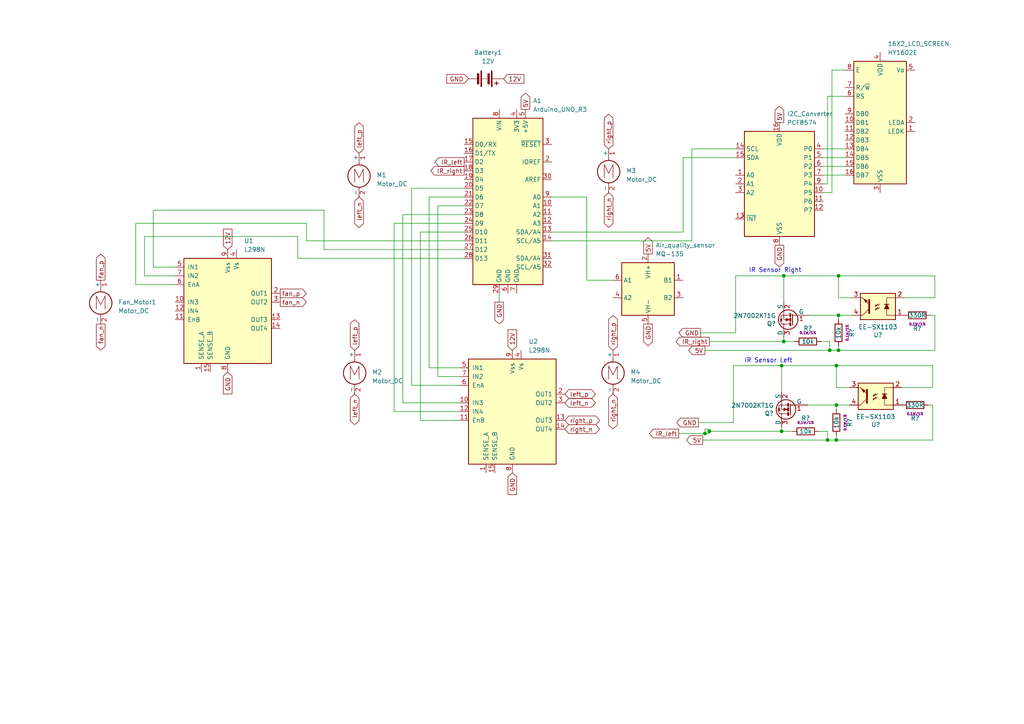
<source format=kicad_sch>
(kicad_sch (version 20230121) (generator eeschema)
  (paper "A4")
  (lib_symbols
    (symbol "Device:Battery" (pin_numbers hide) (pin_names (offset 0) hide)
      (property "Reference" "BT" (at 2.54 2.54 0))
      (property "Value" "Battery" (at 2.54 0 0))
      (symbol "Battery_0_1"
        (rectangle (start -2.286 -1.27) (end 2.286 -1.524) (fill (type outline)))
        (rectangle (start -2.286 1.778) (end 2.286 1.524) (fill (type outline)))
        (rectangle (start -1.524 -2.032) (end 1.524 -2.54) (fill (type outline)))
        (rectangle (start -1.524 1.016) (end 1.524 0.508) (fill (type outline)))
        (polyline (pts (xy 0 -1.016) (xy 0 -0.762)))
        (polyline (pts (xy 0 -0.508) (xy 0 -0.254)))
        (polyline (pts (xy 0 0) (xy 0 0.254)))
        (polyline (pts (xy 0 1.778) (xy 0 2.54)))
        (polyline (pts (xy 0.762 3.048) (xy 1.778 3.048)) (stroke (width 0.254)))
        (polyline (pts (xy 1.27 3.556) (xy 1.27 2.54)) (stroke (width 0.254)))
      )
      (symbol "Battery_1_1"
        (pin passive line (at 0 5.08 270) (length 2.54) (name "+") (number "1"))
        (pin passive line (at 0 -5.08 90) (length 2.54) (name "-") (number "2"))
      )
    )
    (symbol "Display_Character:HY1602E"
      (property "Reference" "DS" (at -6.096 19.05 0))
      (property "Value" "HY1602E" (at 5.08 19.05 0))
      (symbol "HY1602E_0_1"
        (rectangle (start -7.62 17.78) (end 7.62 -17.78) (stroke (width 0.254)) (fill (type background)))
      )
      (symbol "HY1602E_1_1"
        (pin passive line (at 10.16 -2.54 180) (length 2.54) (name "LEDK") (number "1"))
        (pin bidirectional line (at -10.16 0 0) (length 2.54) (name "DB1") (number "10"))
        (pin bidirectional line (at -10.16 -2.54 0) (length 2.54) (name "DB2") (number "11"))
        (pin bidirectional line (at -10.16 -5.08 0) (length 2.54) (name "DB3") (number "12"))
        (pin bidirectional line (at -10.16 -7.62 0) (length 2.54) (name "DB4") (number "13"))
        (pin bidirectional line (at -10.16 -10.16 0) (length 2.54) (name "DB5") (number "14"))
        (pin bidirectional line (at -10.16 -12.7 0) (length 2.54) (name "DB6") (number "15"))
        (pin bidirectional line (at -10.16 -15.24 0) (length 2.54) (name "DB7") (number "16"))
        (pin passive line (at 10.16 0 180) (length 2.54) (name "LEDA") (number "2"))
        (pin power_in line (at 0 -20.32 90) (length 2.54) (name "VSS") (number "3"))
        (pin power_in line (at 0 20.32 270) (length 2.54) (name "VDD") (number "4"))
        (pin input line (at 10.16 15.24 180) (length 2.54) (name "Vo") (number "5"))
        (pin input line (at -10.16 7.62 0) (length 2.54) (name "RS") (number "6"))
        (pin input line (at -10.16 10.16 0) (length 2.54) (name "R/~{W}") (number "7"))
        (pin input line (at -10.16 15.24 0) (length 2.54) (name "E") (number "8"))
        (pin bidirectional line (at -10.16 2.54 0) (length 2.54) (name "DB0") (number "9"))
      )
    )
    (symbol "Driver_Motor:L298N" (pin_names (offset 1.016))
      (property "Reference" "U" (at -10.16 16.51 0))
      (property "Value" "L298N" (at 12.7 16.51 0))
      (symbol "L298N_0_1"
        (rectangle (start -12.7 15.24) (end 12.7 -15.24) (stroke (width 0.254)) (fill (type background)))
      )
      (symbol "L298N_1_1"
        (pin power_in line (at -7.62 -17.78 90) (length 2.54) (name "SENSE_A") (number "1"))
        (pin input line (at -15.24 2.54 0) (length 2.54) (name "IN3") (number "10"))
        (pin input line (at -15.24 -2.54 0) (length 2.54) (name "EnB") (number "11"))
        (pin input line (at -15.24 0 0) (length 2.54) (name "IN4") (number "12"))
        (pin output line (at 15.24 -2.54 180) (length 2.54) (name "OUT3") (number "13"))
        (pin output line (at 15.24 -5.08 180) (length 2.54) (name "OUT4") (number "14"))
        (pin power_in line (at -5.08 -17.78 90) (length 2.54) (name "SENSE_B") (number "15"))
        (pin output line (at 15.24 5.08 180) (length 2.54) (name "OUT1") (number "2"))
        (pin output line (at 15.24 2.54 180) (length 2.54) (name "OUT2") (number "3"))
        (pin power_in line (at 2.54 17.78 270) (length 2.54) (name "Vs") (number "4"))
        (pin input line (at -15.24 12.7 0) (length 2.54) (name "IN1") (number "5"))
        (pin input line (at -15.24 7.62 0) (length 2.54) (name "EnA") (number "6"))
        (pin input line (at -15.24 10.16 0) (length 2.54) (name "IN2") (number "7"))
        (pin power_in line (at 0 -17.78 90) (length 2.54) (name "GND") (number "8"))
        (pin power_in line (at 0 17.78 270) (length 2.54) (name "Vss") (number "9"))
      )
    )
    (symbol "IR-sensor-01-rescue:2N7002-transistors" (pin_names (offset 0))
      (property "Reference" "Q" (at 5.08 1.905 0))
      (property "Value" "transistors_2N7002" (at 5.08 0 0))
      (symbol "2N7002-transistors_0_1"
        (polyline (pts (xy 0.635 -1.016) (xy 0.635 -1.651)) (stroke (width 0.508)))
        (polyline (pts (xy 0.635 0.381) (xy 0.635 -0.381)) (stroke (width 0.508)))
        (polyline (pts (xy 0.635 1.651) (xy 0.635 1.016)) (stroke (width 0.508)))
        (polyline (pts (xy 3.048 0.381) (xy 2.921 0.254)))
        (polyline (pts (xy 3.048 0.381) (xy 3.556 0.381)))
        (polyline (pts (xy 3.556 0.381) (xy 3.683 0.508)))
        (polyline (pts (xy 0 1.524) (xy 0 -1.524) (xy 0 -1.524)) (stroke (width 0.254)))
        (polyline (pts (xy 0.762 -1.27) (xy 2.54 -1.27) (xy 2.54 -2.54) (xy 2.54 -2.54)))
        (polyline (pts (xy 0.762 1.27) (xy 2.54 1.27) (xy 2.54 2.54) (xy 2.54 2.54)))
        (polyline (pts (xy 2.54 1.27) (xy 3.302 1.27) (xy 3.302 -1.27) (xy 2.54 -1.27)))
        (polyline (pts (xy 3.302 0.381) (xy 3.048 -0.254) (xy 3.556 -0.254) (xy 3.302 0.381)) (fill (type outline)))
        (polyline (pts (xy 0.762 0) (xy 1.27 0) (xy 2.54 0) (xy 2.54 -1.27) (xy 2.54 -1.27)))
        (polyline (pts (xy 0.889 0) (xy 1.905 0.381) (xy 1.905 -0.381) (xy 0.889 0) (xy 1.016 0) (xy 1.016 0)) (fill (type outline)))
        (circle (center 1.27 0) (radius 2.8194) (stroke (width 0.254)))
        (circle (center 2.54 -1.27) (radius 0.127))
        (circle (center 2.54 1.27) (radius 0.127))
      )
      (symbol "2N7002-transistors_1_1"
        (pin passive line (at -5.08 -1.27 0) (length 5.08) (name "G") (number "1"))
        (pin passive line (at 2.54 -5.08 90) (length 2.54) (name "S") (number "2"))
        (pin passive line (at 2.54 5.08 270) (length 2.54) (name "D") (number "3"))
      )
    )
    (symbol "IR-sensor-01-rescue:LTV-817-opto" (pin_names (offset 1.016))
      (property "Reference" "U" (at -5.08 5.08 0))
      (property "Value" "opto_LTV-817" (at 0 5.08 0))
      (property "Footprint" "DIP-4" (at -5.08 -5.08 0))
      (symbol "LTV-817-opto_0_1"
        (rectangle (start -5.08 3.81) (end 5.08 -3.81) (stroke (width 0.254)) (fill (type background)))
        (polyline (pts (xy -3.175 -0.635) (xy -1.905 -0.635)) (stroke (width 0.254)))
        (polyline (pts (xy 2.54 0.635) (xy 4.445 2.54)))
        (polyline (pts (xy 4.445 -2.54) (xy 2.54 -0.635)) (fill (type outline)))
        (polyline (pts (xy 4.445 -2.54) (xy 5.08 -2.54)))
        (polyline (pts (xy 4.445 2.54) (xy 5.08 2.54)))
        (polyline (pts (xy -5.08 2.54) (xy -2.54 2.54) (xy -2.54 0.635)))
        (polyline (pts (xy -2.54 -0.635) (xy -2.54 -2.54) (xy -5.08 -2.54)))
        (polyline (pts (xy 2.54 1.905) (xy 2.54 -1.905) (xy 2.54 -1.905)) (stroke (width 0.508)))
        (polyline (pts (xy -2.54 -0.635) (xy -3.175 0.635) (xy -1.905 0.635) (xy -2.54 -0.635)) (stroke (width 0.254)) (fill (type outline)))
        (polyline (pts (xy -0.508 0.254) (xy 0.0254 0.762) (xy 0.0254 0.254) (xy 0.7874 1.016)))
        (polyline (pts (xy 0.7874 1.016) (xy 0.2794 0.762) (xy 0.5334 0.508) (xy 0.7874 1.016)))
        (polyline (pts (xy 3.048 -1.651) (xy 3.556 -1.143) (xy 4.064 -2.159) (xy 3.048 -1.651) (xy 3.048 -1.651)) (fill (type outline)))
        (polyline (pts (xy -0.508 -0.762) (xy 0.0254 -0.254) (xy 0.0254 -0.762) (xy 0.7874 0) (xy 0.2794 -0.254) (xy 0.5334 -0.508) (xy 0.7874 0)))
      )
      (symbol "LTV-817-opto_1_1"
        (pin passive line (at -7.62 2.54 0) (length 2.54) (name "~") (number "1"))
        (pin passive line (at -7.62 -2.54 0) (length 2.54) (name "~") (number "2"))
        (pin passive line (at 7.62 -2.54 180) (length 2.54) (name "~") (number "3"))
        (pin passive line (at 7.62 2.54 180) (length 2.54) (name "~") (number "4"))
      )
    )
    (symbol "IR-sensor-01-rescue:R-device" (pin_numbers hide) (pin_names (offset 0))
      (property "Reference" "R" (at 2.032 0 90))
      (property "Value" "device_R" (at 0 0 90))
      (symbol "R-device_0_1"
        (rectangle (start -1.016 -2.54) (end 1.016 2.54) (stroke (width 0.254)))
      )
      (symbol "R-device_1_1"
        (pin passive line (at 0 3.81 270) (length 1.27) (name "~") (number "1"))
        (pin passive line (at 0 -3.81 90) (length 1.27) (name "~") (number "2"))
      )
    )
    (symbol "Interface_Expansion:PCF8574"
      (property "Reference" "U" (at -8.89 16.51 0))
      (property "Value" "PCF8574" (at 2.54 16.51 0))
      (symbol "PCF8574_0_1"
        (rectangle (start -10.16 15.24) (end 10.16 -15.24) (stroke (width 0.254)) (fill (type background)))
      )
      (symbol "PCF8574_1_1"
        (pin input line (at -12.7 2.54 0) (length 2.54) (name "A0") (number "1"))
        (pin bidirectional line (at 12.7 -2.54 180) (length 2.54) (name "P5") (number "10"))
        (pin bidirectional line (at 12.7 -5.08 180) (length 2.54) (name "P6") (number "11"))
        (pin bidirectional line (at 12.7 -7.62 180) (length 2.54) (name "P7") (number "12"))
        (pin open_collector output_low (at -12.7 -10.16 0) (length 2.54) (name "~{INT}") (number "13"))
        (pin input line (at -12.7 10.16 0) (length 2.54) (name "SCL") (number "14"))
        (pin bidirectional line (at -12.7 7.62 0) (length 2.54) (name "SDA") (number "15"))
        (pin power_in line (at 0 17.78 270) (length 2.54) (name "VDD") (number "16"))
        (pin input line (at -12.7 0 0) (length 2.54) (name "A1") (number "2"))
        (pin input line (at -12.7 -2.54 0) (length 2.54) (name "A2") (number "3"))
        (pin bidirectional line (at 12.7 10.16 180) (length 2.54) (name "P0") (number "4"))
        (pin bidirectional line (at 12.7 7.62 180) (length 2.54) (name "P1") (number "5"))
        (pin bidirectional line (at 12.7 5.08 180) (length 2.54) (name "P2") (number "6"))
        (pin bidirectional line (at 12.7 2.54 180) (length 2.54) (name "P3") (number "7"))
        (pin power_in line (at 0 -17.78 90) (length 2.54) (name "VSS") (number "8"))
        (pin bidirectional line (at 12.7 0 180) (length 2.54) (name "P4") (number "9"))
      )
    )
    (symbol "MCU_Module:Arduino_UNO_R3"
      (property "Reference" "A" (at -10.16 23.495 0))
      (property "Value" "Arduino_UNO_R3" (at 5.08 -26.67 0))
      (symbol "Arduino_UNO_R3_0_1"
        (rectangle (start -10.16 22.86) (end 10.16 -25.4) (stroke (width 0.254)) (fill (type background)))
      )
      (symbol "Arduino_UNO_R3_1_1"
        (pin no_connect line (at -10.16 -20.32 0) (length 2.54) hide (name "NC") (number "1"))
        (pin bidirectional line (at 12.7 -2.54 180) (length 2.54) (name "A1") (number "10"))
        (pin bidirectional line (at 12.7 -5.08 180) (length 2.54) (name "A2") (number "11"))
        (pin bidirectional line (at 12.7 -7.62 180) (length 2.54) (name "A3") (number "12"))
        (pin bidirectional line (at 12.7 -10.16 180) (length 2.54) (name "SDA/A4") (number "13"))
        (pin bidirectional line (at 12.7 -12.7 180) (length 2.54) (name "SCL/A5") (number "14"))
        (pin bidirectional line (at -12.7 15.24 0) (length 2.54) (name "D0/RX") (number "15"))
        (pin bidirectional line (at -12.7 12.7 0) (length 2.54) (name "D1/TX") (number "16"))
        (pin bidirectional line (at -12.7 10.16 0) (length 2.54) (name "D2") (number "17"))
        (pin bidirectional line (at -12.7 7.62 0) (length 2.54) (name "D3") (number "18"))
        (pin bidirectional line (at -12.7 5.08 0) (length 2.54) (name "D4") (number "19"))
        (pin output line (at 12.7 10.16 180) (length 2.54) (name "IOREF") (number "2"))
        (pin bidirectional line (at -12.7 2.54 0) (length 2.54) (name "D5") (number "20"))
        (pin bidirectional line (at -12.7 0 0) (length 2.54) (name "D6") (number "21"))
        (pin bidirectional line (at -12.7 -2.54 0) (length 2.54) (name "D7") (number "22"))
        (pin bidirectional line (at -12.7 -5.08 0) (length 2.54) (name "D8") (number "23"))
        (pin bidirectional line (at -12.7 -7.62 0) (length 2.54) (name "D9") (number "24"))
        (pin bidirectional line (at -12.7 -10.16 0) (length 2.54) (name "D10") (number "25"))
        (pin bidirectional line (at -12.7 -12.7 0) (length 2.54) (name "D11") (number "26"))
        (pin bidirectional line (at -12.7 -15.24 0) (length 2.54) (name "D12") (number "27"))
        (pin bidirectional line (at -12.7 -17.78 0) (length 2.54) (name "D13") (number "28"))
        (pin power_in line (at -2.54 -27.94 90) (length 2.54) (name "GND") (number "29"))
        (pin input line (at 12.7 15.24 180) (length 2.54) (name "~{RESET}") (number "3"))
        (pin input line (at 12.7 5.08 180) (length 2.54) (name "AREF") (number "30"))
        (pin bidirectional line (at 12.7 -17.78 180) (length 2.54) (name "SDA/A4") (number "31"))
        (pin bidirectional line (at 12.7 -20.32 180) (length 2.54) (name "SCL/A5") (number "32"))
        (pin power_out line (at 2.54 25.4 270) (length 2.54) (name "3V3") (number "4"))
        (pin power_out line (at 5.08 25.4 270) (length 2.54) (name "+5V") (number "5"))
        (pin power_in line (at 0 -27.94 90) (length 2.54) (name "GND") (number "6"))
        (pin power_in line (at 2.54 -27.94 90) (length 2.54) (name "GND") (number "7"))
        (pin power_in line (at -2.54 25.4 270) (length 2.54) (name "VIN") (number "8"))
        (pin bidirectional line (at 12.7 0 180) (length 2.54) (name "A0") (number "9"))
      )
    )
    (symbol "Motor:Motor_DC" (pin_names (offset 0))
      (property "Reference" "M" (at 2.54 2.54 0))
      (property "Value" "Motor_DC" (at 2.54 -5.08 0))
      (symbol "Motor_DC_0_0"
        (polyline (pts (xy -1.27 -3.302) (xy -1.27 0.508) (xy 0 -2.032) (xy 1.27 0.508) (xy 1.27 -3.302)))
      )
      (symbol "Motor_DC_0_1"
        (circle (center 0 -1.524) (radius 3.2512) (stroke (width 0.254)))
        (polyline (pts (xy 0 -7.62) (xy 0 -7.112)))
        (polyline (pts (xy 0 -4.7752) (xy 0 -5.1816)))
        (polyline (pts (xy 0 1.7272) (xy 0 2.0828)))
        (polyline (pts (xy 0 2.032) (xy 0 2.54)))
      )
      (symbol "Motor_DC_1_1"
        (pin passive line (at 0 5.08 270) (length 2.54) (name "+") (number "1"))
        (pin passive line (at 0 -7.62 90) (length 2.54) (name "-") (number "2"))
      )
    )
    (symbol "Sensor_Gas:MQ-6"
      (property "Reference" "U" (at -6.35 8.89 0))
      (property "Value" "MQ-6" (at 3.81 8.89 0))
      (symbol "MQ-6_0_1"
        (rectangle (start -7.62 7.62) (end 7.62 -7.62) (stroke (width 0.254)) (fill (type background)))
      )
      (symbol "MQ-6_1_1"
        (pin passive line (at 10.16 2.54 180) (length 2.54) (name "B1") (number "1"))
        (pin power_in line (at 0 10.16 270) (length 2.54) (name "VH+") (number "2"))
        (pin passive line (at 10.16 -2.54 180) (length 2.54) (name "B2") (number "3"))
        (pin passive line (at -10.16 -2.54 0) (length 2.54) (name "A2") (number "4"))
        (pin power_in line (at 0 -10.16 90) (length 2.54) (name "VH-") (number "5"))
        (pin passive line (at -10.16 2.54 0) (length 2.54) (name "A1") (number "6"))
      )
    )
  )
  (junction (at 227.33 99.06))
  (junction (at 226.695 106.045))
  (junction (at 243.205 80.01))
  (junction (at 204.47 125.73))
  (junction (at 243.205 91.44))
  (junction (at 242.57 117.475))
  (junction (at 243.205 101.6))
  (junction (at 226.695 125.095))
  (junction (at 242.57 106.045))
  (junction (at 240.665 101.6))
  (junction (at 242.57 127.635))
  (junction (at 240.03 127.635))
  (junction (at 205.74 125.095))
  (junction (at 227.33 80.01))
  (wire (pts (xy 205.74 99.06) (xy 227.33 99.06)))
  (wire (pts (xy 247.015 86.36) (xy 243.205 86.36)))
  (wire (pts (xy 41.91 68.58) (xy 41.91 80.01)))
  (wire (pts (xy 205.74 124.46) (xy 204.47 124.46)))
  (wire (pts (xy 170.18 81.28) (xy 177.8 81.28)))
  (wire (pts (xy 170.18 57.15) (xy 170.18 81.28)))
  (wire (pts (xy 160.02 57.15) (xy 170.18 57.15)))
  (wire (pts (xy 196.85 125.73) (xy 204.47 125.73)))
  (wire (pts (xy 86.36 74.93) (xy 86.36 68.58)))
  (wire (pts (xy 242.57 126.365) (xy 242.57 127.635)))
  (wire (pts (xy 213.36 45.72) (xy 198.12 45.72)))
  (wire (pts (xy 86.36 68.58) (xy 41.91 68.58)))
  (wire (pts (xy 124.46 106.68) (xy 133.35 106.68)))
  (wire (pts (xy 124.46 57.15) (xy 124.46 106.68)))
  (wire (pts (xy 230.505 99.06) (xy 227.33 99.06)))
  (wire (pts (xy 134.62 64.77) (xy 114.3 64.77)))
  (wire (pts (xy 243.205 80.01) (xy 271.145 80.01)))
  (wire (pts (xy 240.665 101.6) (xy 243.205 101.6)))
  (wire (pts (xy 240.665 101.6) (xy 204.47 101.6)))
  (wire (pts (xy 200.66 43.18) (xy 200.66 69.85)))
  (wire (pts (xy 134.62 72.39) (xy 93.98 72.39)))
  (wire (pts (xy 247.015 91.44) (xy 243.205 91.44)))
  (wire (pts (xy 212.725 106.045) (xy 212.725 122.555)))
  (wire (pts (xy 93.98 72.39) (xy 93.98 60.96)))
  (wire (pts (xy 198.12 45.72) (xy 198.12 67.31)))
  (wire (pts (xy 144.78 85.09) (xy 144.78 87.63)))
  (wire (pts (xy 41.91 80.01) (xy 50.8 80.01)))
  (wire (pts (xy 88.9 64.77) (xy 39.37 64.77)))
  (wire (pts (xy 116.84 62.23) (xy 134.62 62.23)))
  (wire (pts (xy 240.03 127.635) (xy 203.835 127.635)))
  (wire (pts (xy 119.38 54.61) (xy 119.38 111.76)))
  (wire (pts (xy 237.49 125.095) (xy 240.03 125.095)))
  (wire (pts (xy 240.665 99.06) (xy 240.665 101.6)))
  (wire (pts (xy 200.66 69.85) (xy 160.02 69.85)))
  (wire (pts (xy 240.03 125.095) (xy 240.03 127.635)))
  (wire (pts (xy 270.51 127.635) (xy 270.51 117.475)))
  (wire (pts (xy 240.03 27.94) (xy 240.03 53.34)))
  (wire (pts (xy 246.38 112.395) (xy 242.57 112.395)))
  (wire (pts (xy 242.57 106.045) (xy 270.51 106.045)))
  (wire (pts (xy 245.11 27.94) (xy 240.03 27.94)))
  (wire (pts (xy 270.51 117.475) (xy 269.24 117.475)))
  (wire (pts (xy 240.03 127.635) (xy 242.57 127.635)))
  (wire (pts (xy 241.3 55.88) (xy 238.76 55.88)))
  (wire (pts (xy 238.76 45.72) (xy 245.11 45.72)))
  (wire (pts (xy 241.3 20.32) (xy 241.3 55.88)))
  (wire (pts (xy 238.76 50.8) (xy 245.11 50.8)))
  (wire (pts (xy 227.33 80.01) (xy 227.33 87.63)))
  (wire (pts (xy 238.125 99.06) (xy 240.665 99.06)))
  (wire (pts (xy 226.695 106.045) (xy 212.725 106.045)))
  (wire (pts (xy 240.03 53.34) (xy 238.76 53.34)))
  (wire (pts (xy 44.45 60.96) (xy 44.45 77.47)))
  (wire (pts (xy 134.62 67.31) (xy 121.92 67.31)))
  (wire (pts (xy 270.51 106.045) (xy 270.51 112.395)))
  (wire (pts (xy 39.37 82.55) (xy 50.8 82.55)))
  (wire (pts (xy 245.11 20.32) (xy 241.3 20.32)))
  (wire (pts (xy 270.51 112.395) (xy 261.62 112.395)))
  (wire (pts (xy 242.57 127.635) (xy 270.51 127.635)))
  (wire (pts (xy 121.92 67.31) (xy 121.92 121.92)))
  (wire (pts (xy 116.84 62.23) (xy 116.84 116.84)))
  (wire (pts (xy 242.57 106.045) (xy 226.695 106.045)))
  (wire (pts (xy 134.62 57.15) (xy 124.46 57.15)))
  (wire (pts (xy 243.205 101.6) (xy 271.145 101.6)))
  (wire (pts (xy 243.205 80.01) (xy 227.33 80.01)))
  (wire (pts (xy 205.74 125.095) (xy 205.74 124.46)))
  (wire (pts (xy 198.12 67.31) (xy 160.02 67.31)))
  (wire (pts (xy 213.36 96.52) (xy 203.2 96.52)))
  (wire (pts (xy 271.145 80.01) (xy 271.145 86.36)))
  (wire (pts (xy 121.92 121.92) (xy 133.35 121.92)))
  (wire (pts (xy 226.695 125.095) (xy 226.695 123.825)))
  (wire (pts (xy 127 109.22) (xy 133.35 109.22)))
  (wire (pts (xy 242.57 112.395) (xy 242.57 106.045)))
  (wire (pts (xy 39.37 64.77) (xy 39.37 82.55)))
  (wire (pts (xy 44.45 77.47) (xy 50.8 77.47)))
  (wire (pts (xy 205.74 125.73) (xy 205.74 125.095)))
  (wire (pts (xy 116.84 116.84) (xy 133.35 116.84)))
  (wire (pts (xy 238.76 43.18) (xy 245.11 43.18)))
  (wire (pts (xy 213.36 43.18) (xy 200.66 43.18)))
  (wire (pts (xy 271.145 91.44) (xy 269.875 91.44)))
  (wire (pts (xy 243.205 91.44) (xy 234.95 91.44)))
  (wire (pts (xy 238.76 48.26) (xy 245.11 48.26)))
  (wire (pts (xy 204.47 125.73) (xy 205.74 125.73)))
  (wire (pts (xy 204.47 124.46) (xy 204.47 125.73)))
  (wire (pts (xy 114.3 64.77) (xy 114.3 119.38)))
  (wire (pts (xy 242.57 117.475) (xy 234.315 117.475)))
  (wire (pts (xy 242.57 118.745) (xy 242.57 117.475)))
  (wire (pts (xy 114.3 119.38) (xy 133.35 119.38)))
  (wire (pts (xy 226.695 106.045) (xy 226.695 113.665)))
  (wire (pts (xy 246.38 117.475) (xy 242.57 117.475)))
  (wire (pts (xy 271.145 86.36) (xy 262.255 86.36)))
  (wire (pts (xy 227.33 80.01) (xy 213.36 80.01)))
  (wire (pts (xy 134.62 59.69) (xy 127 59.69)))
  (wire (pts (xy 93.98 60.96) (xy 44.45 60.96)))
  (wire (pts (xy 243.205 86.36) (xy 243.205 80.01)))
  (wire (pts (xy 119.38 111.76) (xy 133.35 111.76)))
  (wire (pts (xy 271.145 101.6) (xy 271.145 91.44)))
  (wire (pts (xy 134.62 54.61) (xy 119.38 54.61)))
  (wire (pts (xy 134.62 74.93) (xy 86.36 74.93)))
  (wire (pts (xy 212.725 122.555) (xy 202.565 122.555)))
  (wire (pts (xy 243.205 92.71) (xy 243.205 91.44)))
  (wire (pts (xy 88.9 69.85) (xy 88.9 64.77)))
  (wire (pts (xy 127 59.69) (xy 127 109.22)))
  (wire (pts (xy 243.205 100.33) (xy 243.205 101.6)))
  (wire (pts (xy 229.87 125.095) (xy 226.695 125.095)))
  (wire (pts (xy 205.74 125.095) (xy 226.695 125.095)))
  (wire (pts (xy 227.33 99.06) (xy 227.33 97.79)))
  (wire (pts (xy 213.36 80.01) (xy 213.36 96.52)))
  (wire (pts (xy 134.62 69.85) (xy 88.9 69.85)))
  (text "IR Sensor Left\n" (at 215.9 105.41 0) (effects (font (size 1.27 1.27)) (justify left bottom)))
  (text "IR Sensor Right\n\n" (at 217.17 81.28 0) (effects (font (size 1.27 1.27)) (justify left bottom)))
  (global_label "5V" (shape output) (at 152.4 31.75 90) (property "Intersheetrefs" "${INTERSHEET_REFS}" (effects hide)))
  (global_label "fan_p" (shape output) (at 81.28 85.09 0) (property "Intersheetrefs" "${INTERSHEET_REFS}" (effects hide)))
  (global_label "IR_left" (shape output) (at 134.62 46.99 180) (property "Intersheetrefs" "${INTERSHEET_REFS}" (effects hide)))
  (global_label "left_p" (shape bidirectional) (at 163.83 114.3 0) (property "Intersheetrefs" "${INTERSHEET_REFS}" (effects hide)))
  (global_label "5V" (shape output) (at 187.96 73.66 90) (property "Intersheetrefs" "${INTERSHEET_REFS}" (effects hide)))
  (global_label "5V" (shape output) (at 203.835 127.635 180) (property "Intersheetrefs" "${INTERSHEET_REFS}" (effects hide)))
  (global_label "right_n" (shape bidirectional) (at 177.8 114.3 270) (property "Intersheetrefs" "${INTERSHEET_REFS}" (effects hide)))
  (global_label "GND" (shape output) (at 187.96 93.98 270) (property "Intersheetrefs" "${INTERSHEET_REFS}" (effects hide)))
  (global_label "right_n" (shape bidirectional) (at 176.53 55.88 270) (property "Intersheetrefs" "${INTERSHEET_REFS}" (effects hide)))
  (global_label "IR_right" (shape output) (at 205.74 99.06 180) (property "Intersheetrefs" "${INTERSHEET_REFS}" (effects hide)))
  (global_label "left_p" (shape bidirectional) (at 104.14 44.45 90) (property "Intersheetrefs" "${INTERSHEET_REFS}" (effects hide)))
  (global_label "right_p" (shape bidirectional) (at 177.8 101.6 90) (property "Intersheetrefs" "${INTERSHEET_REFS}" (effects hide)))
  (global_label "left_n" (shape bidirectional) (at 104.14 57.15 270) (property "Intersheetrefs" "GND" (effects hide)))
  (global_label "IR_left" (shape output) (at 196.85 125.73 180) (property "Intersheetrefs" "${INTERSHEET_REFS}" (effects hide)))
  (global_label "left_n" (shape bidirectional) (at 102.87 114.3 270) (property "Intersheetrefs" "GND" (effects hide)))
  (global_label "12V" (shape input) (at 148.59 101.6 90) (property "Intersheetrefs" "${INTERSHEET_REFS}" (effects hide)))
  (global_label "GND" (shape input) (at 135.89 22.86 180) (property "Intersheetrefs" "${INTERSHEET_REFS}" (effects hide)))
  (global_label "right_n" (shape bidirectional) (at 163.83 124.46 0) (property "Intersheetrefs" "${INTERSHEET_REFS}" (effects hide)))
  (global_label "left_n" (shape bidirectional) (at 163.83 116.84 0) (property "Intersheetrefs" "GND" (effects hide)))
  (global_label "fan_n" (shape output) (at 29.21 93.98 270) (property "Intersheetrefs" "${INTERSHEET_REFS}" (effects hide)))
  (global_label "12V" (shape input) (at 146.05 22.86 0) (property "Intersheetrefs" "${INTERSHEET_REFS}" (effects hide)))
  (global_label "GND" (shape output) (at 202.565 122.555 180) (property "Intersheetrefs" "${INTERSHEET_REFS}" (effects hide)))
  (global_label "5V" (shape output) (at 226.06 35.56 90) (property "Intersheetrefs" "${INTERSHEET_REFS}" (effects hide)))
  (global_label "GND" (shape input) (at 66.04 107.95 270) (property "Intersheetrefs" "${INTERSHEET_REFS}" (effects hide)))
  (global_label "5V" (shape output) (at 204.47 101.6 180) (property "Intersheetrefs" "${INTERSHEET_REFS}" (effects hide)))
  (global_label "GND" (shape output) (at 203.2 96.52 180) (property "Intersheetrefs" "${INTERSHEET_REFS}" (effects hide)))
  (global_label "GND" (shape output) (at 226.06 71.12 270) (property "Intersheetrefs" "${INTERSHEET_REFS}" (effects hide)))
  (global_label "right_p" (shape bidirectional) (at 176.53 43.18 90) (property "Intersheetrefs" "${INTERSHEET_REFS}" (effects hide)))
  (global_label "GND" (shape output) (at 144.78 87.63 270) (property "Intersheetrefs" "${INTERSHEET_REFS}" (effects hide)))
  (global_label "12V" (shape input) (at 66.04 72.39 90) (property "Intersheetrefs" "${INTERSHEET_REFS}" (effects hide)))
  (global_label "fan_p" (shape output) (at 29.21 81.28 90) (property "Intersheetrefs" "${INTERSHEET_REFS}" (effects hide)))
  (global_label "GND" (shape input) (at 148.59 137.16 270) (property "Intersheetrefs" "${INTERSHEET_REFS}" (effects hide)))
  (global_label "fan_n" (shape output) (at 81.28 87.63 0) (property "Intersheetrefs" "${INTERSHEET_REFS}" (effects hide)))
  (global_label "left_p" (shape bidirectional) (at 102.87 101.6 90) (property "Intersheetrefs" "${INTERSHEET_REFS}" (effects hide)))
  (global_label "IR_right" (shape output) (at 134.62 49.53 180) (property "Intersheetrefs" "${INTERSHEET_REFS}" (effects hide)))
  (global_label "right_p" (shape bidirectional) (at 163.83 121.92 0) (property "Intersheetrefs" "${INTERSHEET_REFS}" (effects hide)))
  (symbol (lib_id "IR-sensor-01-rescue:LTV-817-opto") (at 254 114.935 180) (unit 1)
    (property "Reference" "U?" (at 254 123.19 0))
    (property "Value" "EE-SX1103" (at 254 120.8786 0))
    (property "Footprint" "ok1hra:IR-EE-SX1103" (effects hide))
  )
  (symbol (lib_id "IR-sensor-01-rescue:R-device") (at 243.205 96.52 180) (unit 1)
    (property "Reference" "R?" (at 247.015 96.52 90))
    (property "Value" "10k" (at 243.205 96.52 90))
    (property "Footprint" "Resistors_SMD:R_0603" (effects hide))
    (property "req" "0,1W/1%" (at 245.745 96.52 90) (effects (font (size 0.7112 0.7112))))
  )
  (symbol (lib_id "Motor:Motor_DC") (at 102.87 106.68 0) (unit 1)
    (property "Reference" "M2" (at 107.95 107.95 0) (effects (justify left)))
    (property "Value" "Motor_DC" (at 107.95 110.49 0) (effects (justify left)))
  )
  (symbol (lib_id "Driver_Motor:L298N") (at 66.04 90.17 0) (unit 1)
    (property "Reference" "U1" (at 70.7741 69.85 0) (effects (justify left)))
    (property "Value" "L298N" (at 70.7741 72.39 0) (effects (justify left)))
    (property "Footprint" "Package_TO_SOT_THT:TO-220-15_P2.54x2.54mm_StaggerOdd_Lead4.58mm_Vertical" (effects hide))
    (property "Datasheet" "http://www.st.com/st-web-ui/static/active/en/resource/technical/document/datasheet/CD00000240.pdf" (effects hide))
  )
  (symbol (lib_id "IR-sensor-01-rescue:R-device") (at 233.68 125.095 90) (mirror x) (unit 1)
    (property "Reference" "R?" (at 233.68 121.285 90))
    (property "Value" "10k" (at 233.68 125.095 90))
    (property "Footprint" "Resistors_SMD:R_0603" (effects hide))
    (property "req" "0,1W/1%" (at 233.68 122.555 90) (effects (font (size 0.7112 0.7112))))
  )
  (symbol (lib_id "IR-sensor-01-rescue:R-device") (at 266.065 91.44 90) (unit 1)
    (property "Reference" "R?" (at 266.065 95.25 90))
    (property "Value" "330R" (at 266.065 91.44 90))
    (property "Footprint" "Resistors_SMD:R_0603" (effects hide))
    (property "req" "0,1W/1%" (at 266.065 93.98 90) (effects (font (size 0.7112 0.7112))))
  )
  (symbol (lib_id "IR-sensor-01-rescue:R-device") (at 265.43 117.475 90) (unit 1)
    (property "Reference" "R?" (at 265.43 121.285 90))
    (property "Value" "330R" (at 265.43 117.475 90))
    (property "Footprint" "Resistors_SMD:R_0603" (effects hide))
    (property "req" "0,1W/1%" (at 265.43 120.015 90) (effects (font (size 0.7112 0.7112))))
  )
  (symbol (lib_id "Driver_Motor:L298N") (at 148.59 119.38 0) (unit 1)
    (property "Reference" "U2" (at 153.3241 99.06 0) (effects (justify left)))
    (property "Value" "L298N" (at 153.3241 101.6 0) (effects (justify left)))
    (property "Footprint" "Package_TO_SOT_THT:TO-220-15_P2.54x2.54mm_StaggerOdd_Lead4.58mm_Vertical" (effects hide))
    (property "Datasheet" "http://www.st.com/st-web-ui/static/active/en/resource/technical/document/datasheet/CD00000240.pdf" (effects hide))
  )
  (symbol (lib_id "IR-sensor-01-rescue:R-device") (at 234.315 99.06 90) (mirror x) (unit 1)
    (property "Reference" "R?" (at 234.315 95.25 90))
    (property "Value" "10k" (at 234.315 99.06 90))
    (property "Footprint" "Resistors_SMD:R_0603" (effects hide))
    (property "req" "0,1W/1%" (at 234.315 96.52 90) (effects (font (size 0.7112 0.7112))))
  )
  (symbol (lib_id "Sensor_Gas:MQ-6") (at 187.96 83.82 0) (unit 1)
    (property "Reference" "Air_quality_sensor" (at 190.1541 71.12 0) (effects (justify left)))
    (property "Value" "MQ-135" (at 190.1541 73.66 0) (effects (justify left)))
    (property "Footprint" "Sensor:MQ-6" (effects hide))
    (property "Datasheet" "https://www.winsen-sensor.com/d/files/semiconductor/mq-6.pdf" (effects hide))
  )
  (symbol (lib_id "IR-sensor-01-rescue:2N7002-transistors") (at 229.235 118.745 180) (unit 1)
    (property "Reference" "Q?" (at 224.409 119.9134 0) (effects (justify left)))
    (property "Value" "2N7002KT1G" (at 224.409 117.602 0) (effects (justify left)))
    (property "Footprint" "TO_SOT_Packages_SMD:SOT-23" (effects hide))
  )
  (symbol (lib_id "IR-sensor-01-rescue:R-device") (at 242.57 122.555 180) (unit 1)
    (property "Reference" "R?" (at 246.38 122.555 90))
    (property "Value" "10k" (at 242.57 122.555 90))
    (property "Footprint" "Resistors_SMD:R_0603" (effects hide))
    (property "req" "0,1W/1%" (at 245.11 122.555 90) (effects (font (size 0.7112 0.7112))))
  )
  (symbol (lib_id "Motor:Motor_DC") (at 177.8 106.68 0) (unit 1)
    (property "Reference" "M4" (at 182.88 107.95 0) (effects (justify left)))
    (property "Value" "Motor_DC" (at 182.88 110.49 0) (effects (justify left)))
  )
  (symbol (lib_id "Device:Battery") (at 140.97 22.86 270) (unit 1)
    (property "Reference" "Battery1" (at 141.5415 15.24 90))
    (property "Value" "12V" (at 141.5415 17.78 90))
  )
  (symbol (lib_id "Motor:Motor_DC") (at 104.14 49.53 0) (unit 1)
    (property "Reference" "M1" (at 109.22 50.8 0) (effects (justify left)))
    (property "Value" "Motor_DC" (at 109.22 53.34 0) (effects (justify left)))
  )
  (symbol (lib_id "IR-sensor-01-rescue:LTV-817-opto") (at 254.635 88.9 180) (unit 1)
    (property "Reference" "U?" (at 254.635 97.155 0))
    (property "Value" "EE-SX1103" (at 254.635 94.8436 0))
    (property "Footprint" "ok1hra:IR-EE-SX1103" (effects hide))
  )
  (symbol (lib_id "Display_Character:HY1602E") (at 255.27 35.56 0) (unit 1)
    (property "Reference" "16X2_LCD_SCREEN" (at 257.4641 12.7 0) (effects (justify left)))
    (property "Value" "HY1602E" (at 257.4641 15.24 0) (effects (justify left)))
    (property "Footprint" "Display:HY1602E" (effects hide))
    (property "Datasheet" "http://www.icbank.com/data/ICBShop/board/HY1602E.pdf" (effects hide))
  )
  (symbol (lib_id "Interface_Expansion:PCF8574") (at 226.06 53.34 0) (unit 1)
    (property "Reference" "I2C_Converter" (at 228.2541 33.02 0) (effects (justify left)))
    (property "Value" "PCF8574" (at 228.2541 35.56 0) (effects (justify left)))
    (property "Datasheet" "http://www.nxp.com/docs/en/data-sheet/PCF8574_PCF8574A.pdf" (effects hide))
  )
  (symbol (lib_id "Motor:Motor_DC") (at 176.53 48.26 0) (unit 1)
    (property "Reference" "M3" (at 181.61 49.53 0) (effects (justify left)))
    (property "Value" "Motor_DC" (at 181.61 52.07 0) (effects (justify left)))
  )
  (symbol (lib_id "IR-sensor-01-rescue:2N7002-transistors") (at 229.87 92.71 180) (unit 1)
    (property "Reference" "Q?" (at 225.044 93.8784 0) (effects (justify left)))
    (property "Value" "2N7002KT1G" (at 225.044 91.567 0) (effects (justify left)))
    (property "Footprint" "TO_SOT_Packages_SMD:SOT-23" (effects hide))
  )
  (symbol (lib_id "Motor:Motor_DC") (at 29.21 86.36 0) (unit 1)
    (property "Reference" "Fan_Motor1" (at 34.29 87.63 0) (effects (justify left)))
    (property "Value" "Motor_DC" (at 34.29 90.17 0) (effects (justify left)))
  )
  (symbol (lib_id "MCU_Module:Arduino_UNO_R3") (at 147.32 57.15 0) (unit 1)
    (property "Reference" "A1" (at 154.5941 29.21 0) (effects (justify left)))
    (property "Value" "Arduino_UNO_R3" (at 154.5941 31.75 0) (effects (justify left)))
    (property "Footprint" "Module:Arduino_UNO_R3" (effects hide))
    (property "Datasheet" "https://www.arduino.cc/en/Main/arduinoBoardUno" (effects hide))
  )
)
</source>
